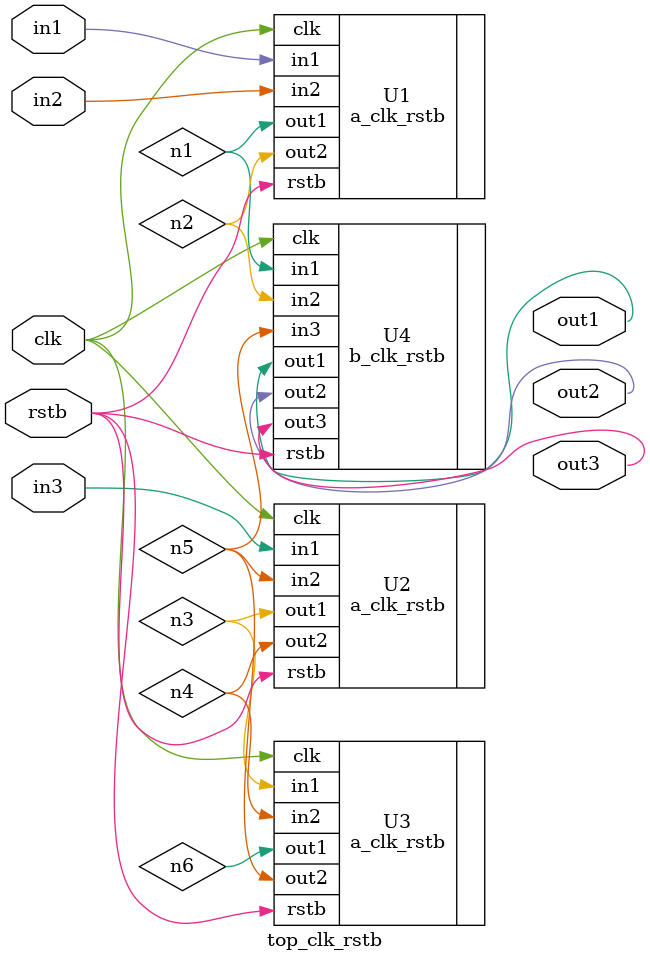
<source format=v>
module top_clk_rstb
 ( input wire in1,
   input wire in2,
   input wire in3,
   input wire clk,
   input wire rstb,
   output out1,
   output out2,
   output out3
   );

    a_clk_rstb U1 
    ( .clk(clk), .rstb(rstb), .in1(in1), .in2(in2), .out1(n1), .out2(n2) );
      
    a_clk_rstb U2
    ( .clk(clk), .rstb(rstb), .in1(in3), .in2(n5), .out1(n3), .out2(n4) );
    
    a_clk_rstb U3
    ( .clk(clk), .rstb(rstb), .in1(n3),. in2(n4), .out1(n6), .out2( n5 ) );
    
    b_clk_rstb U4
    ( .clk(clk), .rstb(rstb),
      .in1(n1), .in2(n2), .in3(n5),
      .out1(out1), .out2(out2), .out3(out3) 
    );
   
endmodule

</source>
